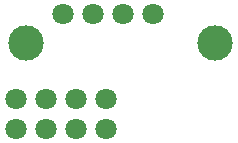
<source format=gbr>
G04 #@! TF.FileFunction,Soldermask,Bot*
%FSLAX46Y46*%
G04 Gerber Fmt 4.6, Leading zero omitted, Abs format (unit mm)*
G04 Created by KiCad (PCBNEW 4.0.7) date 03/28/19 15:30:28*
%MOMM*%
%LPD*%
G01*
G04 APERTURE LIST*
%ADD10C,0.050000*%
%ADD11C,3.000000*%
%ADD12C,1.800000*%
G04 APERTURE END LIST*
D10*
D11*
X90000000Y-58000000D03*
X106000000Y-58000000D03*
D12*
X93150000Y-55500000D03*
X95690000Y-55500000D03*
X100759840Y-55500000D03*
X98219840Y-55500000D03*
X94270000Y-65270000D03*
X96810000Y-65270000D03*
X91730000Y-65270000D03*
X89190000Y-65270000D03*
X89190000Y-62730000D03*
X91730000Y-62730000D03*
X96810000Y-62730000D03*
X94270000Y-62730000D03*
M02*

</source>
